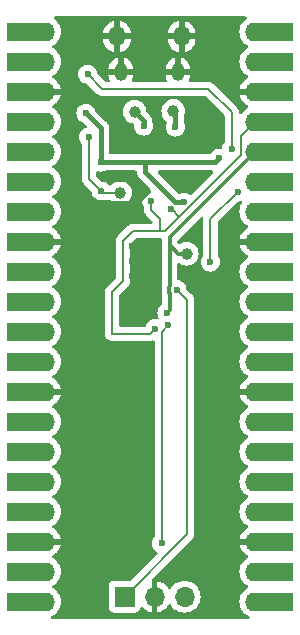
<source format=gbr>
%TF.GenerationSoftware,KiCad,Pcbnew,7.0.6*%
%TF.CreationDate,2023-08-11T11:38:20+07:00*%
%TF.ProjectId,Pico2040-Modular-Rev2,5069636f-3230-4343-902d-4d6f64756c61,rev?*%
%TF.SameCoordinates,Original*%
%TF.FileFunction,Copper,L2,Bot*%
%TF.FilePolarity,Positive*%
%FSLAX46Y46*%
G04 Gerber Fmt 4.6, Leading zero omitted, Abs format (unit mm)*
G04 Created by KiCad (PCBNEW 7.0.6) date 2023-08-11 11:38:20*
%MOMM*%
%LPD*%
G01*
G04 APERTURE LIST*
%TA.AperFunction,ComponentPad*%
%ADD10R,1.700000X1.700000*%
%TD*%
%TA.AperFunction,ComponentPad*%
%ADD11O,1.700000X1.700000*%
%TD*%
%TA.AperFunction,ComponentPad*%
%ADD12O,1.350000X1.700000*%
%TD*%
%TA.AperFunction,ComponentPad*%
%ADD13O,1.100000X1.500000*%
%TD*%
%TA.AperFunction,ComponentPad*%
%ADD14R,3.200000X1.600000*%
%TD*%
%TA.AperFunction,ComponentPad*%
%ADD15O,1.700000X1.600000*%
%TD*%
%TA.AperFunction,SMDPad,CuDef*%
%ADD16C,1.000000*%
%TD*%
%TA.AperFunction,ViaPad*%
%ADD17C,0.600000*%
%TD*%
%TA.AperFunction,Conductor*%
%ADD18C,0.200000*%
%TD*%
%TA.AperFunction,Conductor*%
%ADD19C,0.400000*%
%TD*%
%TA.AperFunction,Conductor*%
%ADD20C,0.300000*%
%TD*%
G04 APERTURE END LIST*
D10*
%TO.P,J4,1,Pin_1*%
%TO.N,/SWDIO*%
X88325000Y-89125000D03*
D11*
%TO.P,J4,2,Pin_2*%
%TO.N,GND*%
X90865000Y-89125000D03*
%TO.P,J4,3,Pin_3*%
%TO.N,/SWCLK*%
X93405000Y-89125000D03*
%TD*%
D12*
%TO.P,J1,6,Shield*%
%TO.N,GND*%
X93160000Y-41700000D03*
D13*
X92850000Y-44700000D03*
X88010000Y-44700000D03*
D12*
X87700000Y-41700000D03*
%TD*%
D14*
%TO.P,J2,1,Pin_1*%
%TO.N,/P0*%
X79990000Y-41300000D03*
D15*
X81600000Y-41300000D03*
D14*
%TO.P,J2,2,Pin_2*%
%TO.N,/P1*%
X79990000Y-43840000D03*
D15*
X81600000Y-43840000D03*
D14*
%TO.P,J2,3,Pin_3*%
%TO.N,GND*%
X79990000Y-46380000D03*
D15*
X81600000Y-46380000D03*
D14*
%TO.P,J2,4,Pin_4*%
%TO.N,/P2*%
X79990000Y-48920000D03*
D15*
X81600000Y-48920000D03*
D14*
%TO.P,J2,5,Pin_5*%
%TO.N,/P3*%
X79990000Y-51460000D03*
D15*
X81600000Y-51460000D03*
D14*
%TO.P,J2,6,Pin_6*%
%TO.N,/P4*%
X79990000Y-54000000D03*
D15*
X81600000Y-54000000D03*
D14*
%TO.P,J2,7,Pin_7*%
%TO.N,/P5*%
X79990000Y-56540000D03*
D15*
X81600000Y-56540000D03*
D14*
%TO.P,J2,8,Pin_8*%
%TO.N,GND*%
X79990000Y-59080000D03*
D15*
X81600000Y-59080000D03*
D14*
%TO.P,J2,9,Pin_9*%
%TO.N,/P6*%
X79990000Y-61620000D03*
D15*
X81600000Y-61620000D03*
D14*
%TO.P,J2,10,Pin_10*%
%TO.N,/P7*%
X79990000Y-64160000D03*
D15*
X81600000Y-64160000D03*
D14*
%TO.P,J2,11,Pin_11*%
%TO.N,/P8*%
X79990000Y-66700000D03*
D15*
X81600000Y-66700000D03*
D14*
%TO.P,J2,12,Pin_12*%
%TO.N,/P9*%
X79990000Y-69240000D03*
D15*
X81600000Y-69240000D03*
D14*
%TO.P,J2,13,Pin_13*%
%TO.N,GND*%
X79990000Y-71780000D03*
D15*
X81600000Y-71780000D03*
D14*
%TO.P,J2,14,Pin_14*%
%TO.N,/P10*%
X79990000Y-74320000D03*
D15*
X81600000Y-74320000D03*
D14*
%TO.P,J2,15,Pin_15*%
%TO.N,/P11*%
X79990000Y-76860000D03*
D15*
X81600000Y-76860000D03*
D14*
%TO.P,J2,16,Pin_16*%
%TO.N,/P12*%
X79990000Y-79400000D03*
D15*
X81600000Y-79400000D03*
D14*
%TO.P,J2,17,Pin_17*%
%TO.N,/P13*%
X79990000Y-81940000D03*
D15*
X81600000Y-81940000D03*
D14*
%TO.P,J2,18,Pin_18*%
%TO.N,GND*%
X79990000Y-84480000D03*
D15*
X81600000Y-84480000D03*
D14*
%TO.P,J2,19,Pin_19*%
%TO.N,/P14*%
X79990000Y-87020000D03*
D15*
X81600000Y-87020000D03*
D14*
%TO.P,J2,20,Pin_20*%
%TO.N,/P15*%
X79990000Y-89560000D03*
D15*
X81600000Y-89560000D03*
%TD*%
D16*
%TO.P,TP2,1,1*%
%TO.N,/DM*%
X92450000Y-48025000D03*
%TD*%
%TO.P,TP1,1,1*%
%TO.N,/DP*%
X89175000Y-48075000D03*
%TD*%
%TO.P,TP4,1,1*%
%TO.N,/FLASH_SS*%
X87950000Y-54925000D03*
%TD*%
D14*
%TO.P,J3,1,Pin_1*%
%TO.N,VBUS*%
X101010000Y-41300000D03*
D15*
X99400000Y-41300000D03*
D14*
%TO.P,J3,2,Pin_2*%
%TO.N,+3.3V*%
X101010000Y-43840000D03*
D15*
X99400000Y-43840000D03*
D14*
%TO.P,J3,3,Pin_3*%
%TO.N,GND*%
X101010000Y-46380000D03*
D15*
X99400000Y-46380000D03*
D14*
%TO.P,J3,4,Pin_4*%
%TO.N,+1V1*%
X101010000Y-48920000D03*
D15*
X99400000Y-48920000D03*
D14*
%TO.P,J3,5,Pin_5*%
%TO.N,/RESET*%
X101010000Y-51460000D03*
D15*
X99400000Y-51460000D03*
D14*
%TO.P,J3,6,Pin_6*%
%TO.N,/P29*%
X101010000Y-54000000D03*
D15*
X99400000Y-54000000D03*
D14*
%TO.P,J3,7,Pin_7*%
%TO.N,/P28*%
X101010000Y-56540000D03*
D15*
X99400000Y-56540000D03*
D14*
%TO.P,J3,8,Pin_8*%
%TO.N,GND*%
X101010000Y-59080000D03*
D15*
X99400000Y-59080000D03*
D14*
%TO.P,J3,9,Pin_9*%
%TO.N,/P27*%
X101010000Y-61620000D03*
D15*
X99400000Y-61620000D03*
D14*
%TO.P,J3,10,Pin_10*%
%TO.N,/P26*%
X101010000Y-64160000D03*
D15*
X99400000Y-64160000D03*
D14*
%TO.P,J3,11,Pin_11*%
%TO.N,/P23*%
X101010000Y-66700000D03*
D15*
X99400000Y-66700000D03*
D14*
%TO.P,J3,12,Pin_12*%
%TO.N,/P22*%
X101010000Y-69240000D03*
D15*
X99400000Y-69240000D03*
D14*
%TO.P,J3,13,Pin_13*%
%TO.N,GND*%
X101010000Y-71780000D03*
D15*
X99400000Y-71780000D03*
D14*
%TO.P,J3,14,Pin_14*%
%TO.N,/P21*%
X101010000Y-74320000D03*
D15*
X99400000Y-74320000D03*
D14*
%TO.P,J3,15,Pin_15*%
%TO.N,/P20*%
X101010000Y-76860000D03*
D15*
X99400000Y-76860000D03*
D14*
%TO.P,J3,16,Pin_16*%
%TO.N,/P19*%
X101010000Y-79400000D03*
D15*
X99400000Y-79400000D03*
D14*
%TO.P,J3,17,Pin_17*%
%TO.N,/P18*%
X101010000Y-81940000D03*
D15*
X99400000Y-81940000D03*
D14*
%TO.P,J3,18,Pin_18*%
%TO.N,GND*%
X101010000Y-84480000D03*
D15*
X99400000Y-84480000D03*
D14*
%TO.P,J3,19,Pin_19*%
%TO.N,/P17*%
X101010000Y-87020000D03*
D15*
X99400000Y-87020000D03*
D14*
%TO.P,J3,20,Pin_20*%
%TO.N,/P16*%
X101010000Y-89560000D03*
D15*
X99400000Y-89560000D03*
%TD*%
D16*
%TO.P,TP3,1,1*%
%TO.N,/RESET*%
X93600000Y-60100000D03*
%TD*%
D17*
%TO.N,+1V1*%
X90600000Y-55600000D03*
X90900000Y-66450000D03*
X92263000Y-56341444D03*
%TO.N,GND*%
X87780000Y-76690000D03*
X85200000Y-55800000D03*
X94790000Y-82390000D03*
X87590000Y-82500000D03*
X89920000Y-73580000D03*
X85920000Y-89630000D03*
X87750000Y-49400000D03*
X95425000Y-48650000D03*
X89600000Y-68050000D03*
X89810000Y-79210000D03*
X85860000Y-41010000D03*
X89000000Y-60750000D03*
X93200000Y-50425000D03*
X90350000Y-59450000D03*
X86950000Y-53800000D03*
X83840000Y-41040000D03*
X95000000Y-53400000D03*
X90350000Y-60750000D03*
X91260000Y-41500000D03*
X94750000Y-72310000D03*
X89025000Y-65900000D03*
X90350000Y-61950000D03*
X89570000Y-41530000D03*
X93225000Y-53275000D03*
X89000000Y-61950000D03*
X87110000Y-72610000D03*
X89000000Y-59450000D03*
%TO.N,+3.3V*%
X93339998Y-55739998D03*
X85050000Y-48200000D03*
X96350000Y-52000000D03*
X86300000Y-52350000D03*
%TO.N,/USER_LED*%
X97400000Y-51200000D03*
X85200000Y-44900000D03*
X97900000Y-54850000D03*
X95600000Y-60800000D03*
%TO.N,/DM*%
X92625000Y-49375000D03*
%TO.N,/DP*%
X89950000Y-49300000D03*
%TO.N,/RESET*%
X91915180Y-65119822D03*
%TO.N,/SWDIO*%
X92774500Y-63135216D03*
%TO.N,/SWCLK*%
X91475000Y-84625000D03*
X92049856Y-66102321D03*
%TO.N,/FLASH_SS*%
X86333850Y-54780312D03*
X85300000Y-50200000D03*
%TD*%
D18*
%TO.N,+1V1*%
X90450000Y-66900000D02*
X87300000Y-66900000D01*
X92263000Y-56341444D02*
X92341444Y-56341444D01*
X92341444Y-56341444D02*
X92963909Y-56963909D01*
X90600000Y-55600000D02*
X90600000Y-56346040D01*
X90900000Y-66450000D02*
X90450000Y-66900000D01*
X87300000Y-63325000D02*
X88200000Y-62425000D01*
X88200000Y-62425000D02*
X88200000Y-59000000D01*
X89049500Y-58150500D02*
X91325000Y-58150500D01*
X91777318Y-58150500D02*
X92963909Y-56963909D01*
X88200000Y-59000000D02*
X89049500Y-58150500D01*
X91325000Y-58150500D02*
X91777318Y-58150500D01*
X91325000Y-57136034D02*
X90567503Y-56378537D01*
X92963909Y-56963909D02*
X98225000Y-51702818D01*
X91325000Y-58150500D02*
X91325000Y-57136034D01*
X90600000Y-56346040D02*
X90567503Y-56378537D01*
X98225000Y-51702818D02*
X98225000Y-50095000D01*
X98225000Y-50095000D02*
X99400000Y-48920000D01*
X87300000Y-66900000D02*
X87300000Y-63325000D01*
D19*
%TO.N,GND*%
X90325000Y-54800000D02*
X89300000Y-55825000D01*
X85625000Y-55825000D02*
X83625000Y-53825000D01*
X83750000Y-46750000D02*
X85725000Y-46750000D01*
X89300000Y-55825000D02*
X85625000Y-55825000D01*
X89400000Y-50425000D02*
X93200000Y-50425000D01*
X86950000Y-53800000D02*
X86975000Y-53775000D01*
X89300000Y-53775000D02*
X90325000Y-54800000D01*
X83625000Y-53825000D02*
X83625000Y-46875000D01*
X85725000Y-46750000D02*
X89400000Y-50425000D01*
X86975000Y-53775000D02*
X89300000Y-53775000D01*
X83625000Y-46875000D02*
X83750000Y-46750000D01*
%TO.N,+3.3V*%
X96000000Y-52350000D02*
X96350000Y-52000000D01*
X86300000Y-49450000D02*
X86300000Y-52350000D01*
X86300000Y-52350000D02*
X90075000Y-52350000D01*
X90075000Y-53175000D02*
X90075000Y-52350000D01*
X92639998Y-55739998D02*
X90075000Y-53175000D01*
X85050000Y-48200000D02*
X86300000Y-49450000D01*
X93339998Y-55739998D02*
X92639998Y-55739998D01*
X90075000Y-52350000D02*
X96000000Y-52350000D01*
D18*
%TO.N,/USER_LED*%
X86450000Y-46150000D02*
X85200000Y-44900000D01*
X95425000Y-46150000D02*
X86450000Y-46150000D01*
X97400000Y-48125000D02*
X95425000Y-46150000D01*
X95600000Y-57150000D02*
X97900000Y-54850000D01*
X95600000Y-60800000D02*
X95600000Y-57150000D01*
X97400000Y-51200000D02*
X97400000Y-48125000D01*
D19*
%TO.N,/DM*%
X92625000Y-49375000D02*
X92625000Y-48200000D01*
X92625000Y-48200000D02*
X92450000Y-48025000D01*
%TO.N,/DP*%
X89950000Y-49300000D02*
X89950000Y-48850000D01*
X89950000Y-48850000D02*
X89175000Y-48075000D01*
D20*
%TO.N,/RESET*%
X92150000Y-58710000D02*
X99400000Y-51460000D01*
X92150000Y-59400000D02*
X92150000Y-58710000D01*
X92850000Y-60100000D02*
X93600000Y-60100000D01*
X92125000Y-62880761D02*
X92150000Y-62855761D01*
X92150000Y-59400000D02*
X92850000Y-60100000D01*
X92150000Y-62855761D02*
X92150000Y-59400000D01*
X91915180Y-65119822D02*
X92150000Y-64885002D01*
X92150000Y-63444239D02*
X92125000Y-63419239D01*
X92125000Y-63419239D02*
X92125000Y-62880761D01*
X92150000Y-64885002D02*
X92150000Y-63444239D01*
D18*
%TO.N,/SWDIO*%
X93600000Y-83850000D02*
X93600000Y-63975000D01*
X93600000Y-63975000D02*
X92775000Y-63150000D01*
X88325000Y-89125000D02*
X93600000Y-83850000D01*
%TO.N,/SWCLK*%
X92049856Y-66102321D02*
X92049856Y-66148673D01*
X92049856Y-66148673D02*
X91475000Y-66723529D01*
X91475000Y-66723529D02*
X91475000Y-84625000D01*
%TO.N,/FLASH_SS*%
X86478538Y-54925000D02*
X87950000Y-54925000D01*
X86333850Y-54780312D02*
X86478538Y-54925000D01*
X86333850Y-54780312D02*
X85300000Y-53746462D01*
X85300000Y-53746462D02*
X85300000Y-50200000D01*
%TD*%
%TA.AperFunction,Conductor*%
%TO.N,GND*%
G36*
X98612287Y-40020185D02*
G01*
X98658042Y-40072989D01*
X98667986Y-40142147D01*
X98638961Y-40205703D01*
X98616371Y-40226075D01*
X98510858Y-40299954D01*
X98349954Y-40460858D01*
X98219432Y-40647265D01*
X98219431Y-40647267D01*
X98123261Y-40853502D01*
X98123258Y-40853511D01*
X98064366Y-41073302D01*
X98064364Y-41073313D01*
X98044532Y-41299998D01*
X98044532Y-41300001D01*
X98064364Y-41526686D01*
X98064366Y-41526697D01*
X98123258Y-41746488D01*
X98123261Y-41746497D01*
X98219431Y-41952732D01*
X98219432Y-41952734D01*
X98349954Y-42139141D01*
X98510858Y-42300045D01*
X98510861Y-42300047D01*
X98697266Y-42430568D01*
X98755275Y-42457618D01*
X98807714Y-42503791D01*
X98826866Y-42570984D01*
X98806650Y-42637865D01*
X98755275Y-42682381D01*
X98738272Y-42690310D01*
X98697267Y-42709431D01*
X98697265Y-42709432D01*
X98510858Y-42839954D01*
X98349954Y-43000858D01*
X98219432Y-43187265D01*
X98219431Y-43187267D01*
X98123261Y-43393502D01*
X98123258Y-43393511D01*
X98064366Y-43613302D01*
X98064364Y-43613313D01*
X98044532Y-43839998D01*
X98044532Y-43840001D01*
X98064364Y-44066686D01*
X98064366Y-44066697D01*
X98123258Y-44286488D01*
X98123261Y-44286497D01*
X98219431Y-44492732D01*
X98219432Y-44492734D01*
X98349954Y-44679141D01*
X98510858Y-44840045D01*
X98510861Y-44840047D01*
X98697266Y-44970568D01*
X98755865Y-44997893D01*
X98808305Y-45044065D01*
X98827457Y-45111258D01*
X98807242Y-45178139D01*
X98755867Y-45222657D01*
X98697515Y-45249867D01*
X98511179Y-45380342D01*
X98350342Y-45541179D01*
X98219865Y-45727517D01*
X98123734Y-45933673D01*
X98123730Y-45933682D01*
X98071127Y-46129999D01*
X98071128Y-46130000D01*
X98966314Y-46130000D01*
X98940507Y-46170156D01*
X98900000Y-46308111D01*
X98900000Y-46451889D01*
X98940507Y-46589844D01*
X98966314Y-46630000D01*
X98071128Y-46630000D01*
X98123730Y-46826317D01*
X98123734Y-46826326D01*
X98219865Y-47032482D01*
X98350342Y-47218820D01*
X98511179Y-47379657D01*
X98697518Y-47510134D01*
X98697520Y-47510135D01*
X98755865Y-47537342D01*
X98808305Y-47583514D01*
X98827457Y-47650707D01*
X98807242Y-47717589D01*
X98755867Y-47762105D01*
X98697268Y-47789431D01*
X98697264Y-47789433D01*
X98510858Y-47919954D01*
X98349954Y-48080858D01*
X98226075Y-48257779D01*
X98171499Y-48301404D01*
X98102000Y-48308598D01*
X98039645Y-48277076D01*
X98004231Y-48216846D01*
X98000500Y-48186656D01*
X98000500Y-48168428D01*
X98001031Y-48160326D01*
X98005682Y-48124999D01*
X98005682Y-48124998D01*
X97985044Y-47968239D01*
X97985042Y-47968234D01*
X97924538Y-47822163D01*
X97924535Y-47822158D01*
X97881037Y-47765470D01*
X97843027Y-47715934D01*
X97828282Y-47696718D01*
X97800005Y-47675020D01*
X97793904Y-47669669D01*
X95880328Y-45756093D01*
X95874974Y-45749988D01*
X95853286Y-45721722D01*
X95853283Y-45721720D01*
X95853282Y-45721718D01*
X95727841Y-45625464D01*
X95581762Y-45564956D01*
X95581760Y-45564955D01*
X95464361Y-45549500D01*
X95425000Y-45544318D01*
X95389670Y-45548969D01*
X95381572Y-45549500D01*
X93900300Y-45549500D01*
X93833261Y-45529815D01*
X93787506Y-45477011D01*
X93777562Y-45407853D01*
X93790942Y-45367047D01*
X93824766Y-45303766D01*
X93884808Y-45105834D01*
X93900000Y-44951584D01*
X93900000Y-44950000D01*
X93171198Y-44950000D01*
X93175000Y-44928436D01*
X93175000Y-44471564D01*
X93171198Y-44450000D01*
X93900000Y-44450000D01*
X93900000Y-44448415D01*
X93884808Y-44294165D01*
X93824766Y-44096233D01*
X93727271Y-43913833D01*
X93727267Y-43913826D01*
X93596055Y-43753944D01*
X93436173Y-43622732D01*
X93436166Y-43622728D01*
X93253763Y-43525232D01*
X93100000Y-43478587D01*
X93100000Y-44285517D01*
X93015007Y-44214199D01*
X92907306Y-44175000D01*
X92792694Y-44175000D01*
X92684993Y-44214199D01*
X92600000Y-44285517D01*
X92600000Y-43478587D01*
X92446236Y-43525232D01*
X92263833Y-43622728D01*
X92263826Y-43622732D01*
X92103944Y-43753944D01*
X91972732Y-43913826D01*
X91972728Y-43913833D01*
X91875233Y-44096233D01*
X91815191Y-44294165D01*
X91800000Y-44448415D01*
X91800000Y-44450000D01*
X92528802Y-44450000D01*
X92525000Y-44471564D01*
X92525000Y-44928436D01*
X92528802Y-44950000D01*
X91800000Y-44950000D01*
X91800000Y-44951584D01*
X91815191Y-45105834D01*
X91875233Y-45303766D01*
X91909058Y-45367047D01*
X91923300Y-45435449D01*
X91898300Y-45500693D01*
X91841995Y-45542064D01*
X91799700Y-45549500D01*
X89060300Y-45549500D01*
X88993261Y-45529815D01*
X88947506Y-45477011D01*
X88937562Y-45407853D01*
X88950942Y-45367047D01*
X88984766Y-45303766D01*
X89044808Y-45105834D01*
X89060000Y-44951584D01*
X89060000Y-44950000D01*
X88331198Y-44950000D01*
X88335000Y-44928436D01*
X88335000Y-44471564D01*
X88331198Y-44450000D01*
X89060000Y-44450000D01*
X89060000Y-44448415D01*
X89044808Y-44294165D01*
X88984766Y-44096233D01*
X88887271Y-43913833D01*
X88887267Y-43913826D01*
X88756055Y-43753944D01*
X88596173Y-43622732D01*
X88596166Y-43622728D01*
X88413763Y-43525232D01*
X88260000Y-43478587D01*
X88260000Y-44285517D01*
X88175007Y-44214199D01*
X88067306Y-44175000D01*
X87952694Y-44175000D01*
X87844993Y-44214199D01*
X87760000Y-44285517D01*
X87760000Y-43478587D01*
X87606236Y-43525232D01*
X87423833Y-43622728D01*
X87423826Y-43622732D01*
X87263944Y-43753944D01*
X87132732Y-43913826D01*
X87132728Y-43913833D01*
X87035233Y-44096233D01*
X86975191Y-44294165D01*
X86960000Y-44448415D01*
X86960000Y-44450000D01*
X87688802Y-44450000D01*
X87685000Y-44471564D01*
X87685000Y-44928436D01*
X87688802Y-44950000D01*
X86960000Y-44950000D01*
X86960000Y-44951584D01*
X86975191Y-45105834D01*
X87035233Y-45303766D01*
X87069058Y-45367047D01*
X87083300Y-45435449D01*
X87058300Y-45500693D01*
X87001995Y-45542064D01*
X86959700Y-45549500D01*
X86750097Y-45549500D01*
X86683058Y-45529815D01*
X86662416Y-45513181D01*
X86030700Y-44881465D01*
X85997215Y-44820142D01*
X85995163Y-44807686D01*
X85985368Y-44720745D01*
X85925789Y-44550478D01*
X85829816Y-44397738D01*
X85702262Y-44270184D01*
X85549523Y-44174211D01*
X85379254Y-44114631D01*
X85379249Y-44114630D01*
X85200004Y-44094435D01*
X85199996Y-44094435D01*
X85020750Y-44114630D01*
X85020745Y-44114631D01*
X84850476Y-44174211D01*
X84697737Y-44270184D01*
X84570184Y-44397737D01*
X84474211Y-44550476D01*
X84414631Y-44720745D01*
X84414630Y-44720750D01*
X84394435Y-44899996D01*
X84394435Y-44900003D01*
X84414630Y-45079249D01*
X84414631Y-45079254D01*
X84474211Y-45249523D01*
X84548057Y-45367047D01*
X84570184Y-45402262D01*
X84697738Y-45529816D01*
X84850478Y-45625789D01*
X85020745Y-45685368D01*
X85107669Y-45695161D01*
X85172080Y-45722226D01*
X85181465Y-45730700D01*
X85994669Y-46543904D01*
X86000020Y-46550005D01*
X86021718Y-46578282D01*
X86143937Y-46672063D01*
X86145466Y-46673405D01*
X86147158Y-46674535D01*
X86147159Y-46674536D01*
X86293238Y-46735044D01*
X86371619Y-46745363D01*
X86449999Y-46755682D01*
X86450000Y-46755682D01*
X86485329Y-46751030D01*
X86493428Y-46750500D01*
X95124903Y-46750500D01*
X95191942Y-46770185D01*
X95212584Y-46786819D01*
X96763180Y-48337415D01*
X96796665Y-48398738D01*
X96799499Y-48425096D01*
X96799499Y-50617587D01*
X96779814Y-50684626D01*
X96772455Y-50694889D01*
X96770187Y-50697733D01*
X96674211Y-50850476D01*
X96614631Y-51020745D01*
X96614631Y-51020749D01*
X96605872Y-51098481D01*
X96578805Y-51162894D01*
X96521210Y-51202449D01*
X96468769Y-51207816D01*
X96350004Y-51194435D01*
X96349996Y-51194435D01*
X96170750Y-51214630D01*
X96170745Y-51214631D01*
X96000476Y-51274211D01*
X95847737Y-51370184D01*
X95720184Y-51497737D01*
X95661287Y-51591472D01*
X95608952Y-51637763D01*
X95556293Y-51649500D01*
X87124500Y-51649500D01*
X87057461Y-51629815D01*
X87011706Y-51577011D01*
X87000500Y-51525500D01*
X87000500Y-49473047D01*
X87000613Y-49469302D01*
X87004358Y-49407394D01*
X86993175Y-49346371D01*
X86992613Y-49342674D01*
X86990618Y-49326251D01*
X86985140Y-49281128D01*
X86981548Y-49271656D01*
X86975521Y-49250034D01*
X86973695Y-49240071D01*
X86973695Y-49240069D01*
X86948223Y-49183474D01*
X86946812Y-49180065D01*
X86924818Y-49122070D01*
X86919063Y-49113733D01*
X86908036Y-49094182D01*
X86903879Y-49084946D01*
X86903878Y-49084943D01*
X86885139Y-49061024D01*
X86865630Y-49036122D01*
X86863410Y-49033106D01*
X86858146Y-49025480D01*
X86828183Y-48982071D01*
X86781750Y-48940935D01*
X86779056Y-48938399D01*
X85915657Y-48075000D01*
X88169659Y-48075000D01*
X88188975Y-48271129D01*
X88188976Y-48271132D01*
X88238581Y-48434658D01*
X88246188Y-48459733D01*
X88339086Y-48633532D01*
X88339090Y-48633539D01*
X88464116Y-48785883D01*
X88616460Y-48910909D01*
X88616467Y-48910913D01*
X88790266Y-49003811D01*
X88790269Y-49003811D01*
X88790273Y-49003814D01*
X88978868Y-49061024D01*
X89044102Y-49067448D01*
X89108888Y-49093608D01*
X89149248Y-49150642D01*
X89155168Y-49204734D01*
X89144435Y-49299996D01*
X89144435Y-49300003D01*
X89164630Y-49479249D01*
X89164631Y-49479254D01*
X89224211Y-49649523D01*
X89271337Y-49724523D01*
X89320184Y-49802262D01*
X89447738Y-49929816D01*
X89538080Y-49986582D01*
X89592450Y-50020745D01*
X89600478Y-50025789D01*
X89748391Y-50077546D01*
X89770745Y-50085368D01*
X89770750Y-50085369D01*
X89949996Y-50105565D01*
X89950000Y-50105565D01*
X89950004Y-50105565D01*
X90129249Y-50085369D01*
X90129252Y-50085368D01*
X90129255Y-50085368D01*
X90299522Y-50025789D01*
X90452262Y-49929816D01*
X90579816Y-49802262D01*
X90675789Y-49649522D01*
X90735368Y-49479255D01*
X90735369Y-49479249D01*
X90755565Y-49300003D01*
X90755565Y-49299996D01*
X90735369Y-49120750D01*
X90735366Y-49120737D01*
X90675790Y-48950479D01*
X90669530Y-48940517D01*
X90650528Y-48873281D01*
X90650746Y-48867088D01*
X90654358Y-48807394D01*
X90643175Y-48746371D01*
X90642613Y-48742674D01*
X90636619Y-48693313D01*
X90635140Y-48681128D01*
X90631548Y-48671656D01*
X90625521Y-48650034D01*
X90623695Y-48640071D01*
X90623695Y-48640069D01*
X90598224Y-48583476D01*
X90596817Y-48580079D01*
X90574818Y-48522070D01*
X90574816Y-48522068D01*
X90574816Y-48522066D01*
X90569062Y-48513731D01*
X90558034Y-48494177D01*
X90553881Y-48484949D01*
X90553878Y-48484945D01*
X90553878Y-48484944D01*
X90515626Y-48436120D01*
X90513416Y-48433115D01*
X90507881Y-48425096D01*
X90478183Y-48382071D01*
X90431742Y-48340928D01*
X90429048Y-48338392D01*
X90213318Y-48122662D01*
X90179833Y-48061339D01*
X90177596Y-48047134D01*
X90175416Y-48025000D01*
X91444659Y-48025000D01*
X91463975Y-48221129D01*
X91479143Y-48271132D01*
X91511942Y-48379255D01*
X91521188Y-48409733D01*
X91614086Y-48583532D01*
X91614090Y-48583539D01*
X91739116Y-48735883D01*
X91879165Y-48850818D01*
X91918499Y-48908563D01*
X91924500Y-48946671D01*
X91924500Y-48949507D01*
X91905494Y-49015478D01*
X91899209Y-49025479D01*
X91839633Y-49195737D01*
X91839630Y-49195750D01*
X91819435Y-49374996D01*
X91819435Y-49375003D01*
X91839630Y-49554249D01*
X91839631Y-49554254D01*
X91899211Y-49724523D01*
X91926450Y-49767873D01*
X91995184Y-49877262D01*
X92122738Y-50004816D01*
X92195550Y-50050567D01*
X92250935Y-50085368D01*
X92275478Y-50100789D01*
X92406796Y-50146739D01*
X92445745Y-50160368D01*
X92445750Y-50160369D01*
X92624996Y-50180565D01*
X92625000Y-50180565D01*
X92625004Y-50180565D01*
X92804249Y-50160369D01*
X92804252Y-50160368D01*
X92804255Y-50160368D01*
X92974522Y-50100789D01*
X93127262Y-50004816D01*
X93254816Y-49877262D01*
X93350789Y-49724522D01*
X93410368Y-49554255D01*
X93410369Y-49554249D01*
X93430565Y-49375003D01*
X93430565Y-49374996D01*
X93410369Y-49195750D01*
X93410366Y-49195737D01*
X93350790Y-49025480D01*
X93344506Y-49015479D01*
X93325499Y-48949509D01*
X93325499Y-48540530D01*
X93340141Y-48482077D01*
X93344720Y-48473511D01*
X93378814Y-48409727D01*
X93436024Y-48221132D01*
X93455341Y-48025000D01*
X93436024Y-47828868D01*
X93378814Y-47640273D01*
X93378811Y-47640269D01*
X93378811Y-47640266D01*
X93285913Y-47466467D01*
X93285909Y-47466460D01*
X93160883Y-47314116D01*
X93008539Y-47189090D01*
X93008532Y-47189086D01*
X92834733Y-47096188D01*
X92834727Y-47096186D01*
X92646132Y-47038976D01*
X92646129Y-47038975D01*
X92450000Y-47019659D01*
X92253870Y-47038975D01*
X92065266Y-47096188D01*
X91891467Y-47189086D01*
X91891460Y-47189090D01*
X91739116Y-47314116D01*
X91614090Y-47466460D01*
X91614086Y-47466467D01*
X91521188Y-47640266D01*
X91463975Y-47828870D01*
X91444659Y-48025000D01*
X90175416Y-48025000D01*
X90161024Y-47878868D01*
X90103814Y-47690273D01*
X90103811Y-47690269D01*
X90103811Y-47690266D01*
X90010913Y-47516467D01*
X90010909Y-47516460D01*
X89885883Y-47364116D01*
X89733539Y-47239090D01*
X89733532Y-47239086D01*
X89559733Y-47146188D01*
X89559727Y-47146186D01*
X89371132Y-47088976D01*
X89371129Y-47088975D01*
X89175000Y-47069659D01*
X88978870Y-47088975D01*
X88790266Y-47146188D01*
X88616467Y-47239086D01*
X88616460Y-47239090D01*
X88464116Y-47364116D01*
X88339090Y-47516460D01*
X88339086Y-47516467D01*
X88246188Y-47690266D01*
X88188975Y-47878870D01*
X88169659Y-48075000D01*
X85915657Y-48075000D01*
X85841367Y-48000710D01*
X85812006Y-47953983D01*
X85785723Y-47878870D01*
X85775789Y-47850478D01*
X85757997Y-47822163D01*
X85679815Y-47697737D01*
X85552262Y-47570184D01*
X85399523Y-47474211D01*
X85229254Y-47414631D01*
X85229249Y-47414630D01*
X85050004Y-47394435D01*
X85049996Y-47394435D01*
X84870750Y-47414630D01*
X84870745Y-47414631D01*
X84700476Y-47474211D01*
X84547737Y-47570184D01*
X84420184Y-47697737D01*
X84324211Y-47850476D01*
X84264631Y-48020745D01*
X84264630Y-48020750D01*
X84244435Y-48199996D01*
X84244435Y-48200003D01*
X84264630Y-48379249D01*
X84264631Y-48379254D01*
X84324211Y-48549523D01*
X84400953Y-48671656D01*
X84420184Y-48702262D01*
X84547738Y-48829816D01*
X84597224Y-48860910D01*
X84691261Y-48919998D01*
X84700478Y-48925789D01*
X84803984Y-48962007D01*
X84850710Y-48991367D01*
X85094712Y-49235369D01*
X85128197Y-49296692D01*
X85123213Y-49366384D01*
X85081341Y-49422317D01*
X85047985Y-49440092D01*
X84950478Y-49474210D01*
X84797737Y-49570184D01*
X84670184Y-49697737D01*
X84574211Y-49850476D01*
X84514631Y-50020745D01*
X84514630Y-50020750D01*
X84494435Y-50199996D01*
X84494435Y-50200003D01*
X84514630Y-50379249D01*
X84514631Y-50379254D01*
X84574211Y-50549523D01*
X84613548Y-50612127D01*
X84667341Y-50697738D01*
X84670185Y-50702263D01*
X84672445Y-50705097D01*
X84673334Y-50707275D01*
X84673889Y-50708158D01*
X84673734Y-50708255D01*
X84698855Y-50769783D01*
X84699500Y-50782412D01*
X84699500Y-53703033D01*
X84698969Y-53711135D01*
X84694318Y-53746461D01*
X84694318Y-53746462D01*
X84699500Y-53785822D01*
X84714955Y-53903222D01*
X84714956Y-53903224D01*
X84773447Y-54044435D01*
X84775464Y-54049303D01*
X84871718Y-54174744D01*
X84899995Y-54196442D01*
X84906085Y-54201782D01*
X85244569Y-54540266D01*
X85503148Y-54798845D01*
X85536633Y-54860168D01*
X85538687Y-54872642D01*
X85548480Y-54959561D01*
X85608060Y-55129833D01*
X85679668Y-55243796D01*
X85704034Y-55282574D01*
X85831588Y-55410128D01*
X85848485Y-55420745D01*
X85970908Y-55497669D01*
X85984328Y-55506101D01*
X86096024Y-55545185D01*
X86154595Y-55565680D01*
X86154600Y-55565681D01*
X86333846Y-55585877D01*
X86333850Y-55585877D01*
X86333854Y-55585877D01*
X86513099Y-55565681D01*
X86513102Y-55565680D01*
X86513105Y-55565680D01*
X86608048Y-55532457D01*
X86649003Y-55525500D01*
X87089880Y-55525500D01*
X87156919Y-55545185D01*
X87185733Y-55570835D01*
X87239116Y-55635883D01*
X87391460Y-55760909D01*
X87391467Y-55760913D01*
X87565266Y-55853811D01*
X87565269Y-55853811D01*
X87565273Y-55853814D01*
X87753868Y-55911024D01*
X87950000Y-55930341D01*
X88146132Y-55911024D01*
X88334727Y-55853814D01*
X88508538Y-55760910D01*
X88660883Y-55635883D01*
X88785910Y-55483538D01*
X88878814Y-55309727D01*
X88936024Y-55121132D01*
X88955341Y-54925000D01*
X88936024Y-54728868D01*
X88878814Y-54540273D01*
X88878811Y-54540269D01*
X88878811Y-54540266D01*
X88785913Y-54366467D01*
X88785909Y-54366460D01*
X88660883Y-54214116D01*
X88508539Y-54089090D01*
X88508532Y-54089086D01*
X88334733Y-53996188D01*
X88334727Y-53996186D01*
X88208996Y-53958045D01*
X88146129Y-53938975D01*
X87950000Y-53919659D01*
X87753870Y-53938975D01*
X87565266Y-53996188D01*
X87391467Y-54089086D01*
X87391460Y-54089090D01*
X87239116Y-54214116D01*
X87185733Y-54279165D01*
X87127988Y-54318499D01*
X87089880Y-54324500D01*
X87060424Y-54324500D01*
X86993385Y-54304815D01*
X86968875Y-54282688D01*
X86968590Y-54282974D01*
X86836112Y-54150496D01*
X86683371Y-54054522D01*
X86527554Y-54000000D01*
X86513105Y-53994944D01*
X86513104Y-53994943D01*
X86513099Y-53994942D01*
X86426180Y-53985149D01*
X86361766Y-53958082D01*
X86352383Y-53949610D01*
X85936818Y-53534045D01*
X85903333Y-53472722D01*
X85900500Y-53446372D01*
X85900500Y-53233060D01*
X85920185Y-53166022D01*
X85972989Y-53120267D01*
X86042148Y-53110324D01*
X86065448Y-53116018D01*
X86120745Y-53135368D01*
X86120748Y-53135368D01*
X86120750Y-53135369D01*
X86299996Y-53155565D01*
X86300000Y-53155565D01*
X86300004Y-53155565D01*
X86479249Y-53135369D01*
X86479252Y-53135368D01*
X86479255Y-53135368D01*
X86649522Y-53075789D01*
X86650488Y-53075181D01*
X86659523Y-53069506D01*
X86725494Y-53050500D01*
X89249023Y-53050500D01*
X89316062Y-53070185D01*
X89361817Y-53122989D01*
X89372797Y-53181989D01*
X89370642Y-53217604D01*
X89370642Y-53217605D01*
X89381821Y-53278612D01*
X89382384Y-53282313D01*
X89389859Y-53343870D01*
X89389860Y-53343874D01*
X89393451Y-53353343D01*
X89399474Y-53374946D01*
X89401304Y-53384930D01*
X89426759Y-53441490D01*
X89428189Y-53444941D01*
X89450182Y-53502930D01*
X89450183Y-53502931D01*
X89455936Y-53511266D01*
X89466961Y-53530813D01*
X89471120Y-53540055D01*
X89471124Y-53540060D01*
X89509371Y-53588878D01*
X89511591Y-53591896D01*
X89546812Y-53642924D01*
X89546816Y-53642928D01*
X89546817Y-53642929D01*
X89593250Y-53684064D01*
X89595941Y-53686598D01*
X90059839Y-54150496D01*
X90511196Y-54601853D01*
X90544681Y-54663176D01*
X90539697Y-54732868D01*
X90497825Y-54788801D01*
X90437404Y-54812754D01*
X90420747Y-54814631D01*
X90420745Y-54814631D01*
X90250476Y-54874211D01*
X90097737Y-54970184D01*
X89970184Y-55097737D01*
X89874211Y-55250476D01*
X89814631Y-55420745D01*
X89814630Y-55420750D01*
X89794435Y-55599996D01*
X89794435Y-55600003D01*
X89814630Y-55779249D01*
X89814631Y-55779254D01*
X89874211Y-55949523D01*
X89973335Y-56107278D01*
X89992335Y-56174515D01*
X89984303Y-56213854D01*
X89984563Y-56213924D01*
X89983414Y-56218208D01*
X89982909Y-56220687D01*
X89982460Y-56221769D01*
X89982458Y-56221776D01*
X89961821Y-56378535D01*
X89961821Y-56378538D01*
X89982458Y-56535297D01*
X89982459Y-56535299D01*
X90042967Y-56681378D01*
X90139221Y-56806819D01*
X90167498Y-56828517D01*
X90173588Y-56833857D01*
X90432279Y-57092548D01*
X90678050Y-57338319D01*
X90711535Y-57399642D01*
X90706551Y-57469334D01*
X90664679Y-57525267D01*
X90599215Y-57549684D01*
X90590369Y-57550000D01*
X89092928Y-57550000D01*
X89084829Y-57549469D01*
X89049500Y-57544818D01*
X89010139Y-57550000D01*
X88892739Y-57565455D01*
X88892737Y-57565456D01*
X88746660Y-57625963D01*
X88621214Y-57722221D01*
X88599524Y-57750490D01*
X88594171Y-57756594D01*
X87806096Y-58544668D01*
X87799994Y-58550019D01*
X87771716Y-58571719D01*
X87697014Y-58669074D01*
X87675464Y-58697158D01*
X87675461Y-58697163D01*
X87614957Y-58843234D01*
X87614955Y-58843239D01*
X87594318Y-58999998D01*
X87594318Y-58999999D01*
X87598969Y-59035326D01*
X87599500Y-59043428D01*
X87599500Y-62124901D01*
X87579815Y-62191940D01*
X87563181Y-62212582D01*
X86906096Y-62869668D01*
X86899994Y-62875019D01*
X86871716Y-62896718D01*
X86809043Y-62978398D01*
X86775464Y-63022158D01*
X86775461Y-63022163D01*
X86714957Y-63168234D01*
X86714955Y-63168239D01*
X86694863Y-63320858D01*
X86694318Y-63325000D01*
X86698601Y-63357535D01*
X86698969Y-63360326D01*
X86699500Y-63368428D01*
X86699500Y-66856571D01*
X86698969Y-66864673D01*
X86694318Y-66899999D01*
X86694318Y-66900000D01*
X86699500Y-66939360D01*
X86714955Y-67056760D01*
X86714956Y-67056762D01*
X86752125Y-67146497D01*
X86775464Y-67202841D01*
X86871718Y-67328282D01*
X86997159Y-67424536D01*
X87143238Y-67485044D01*
X87221619Y-67495363D01*
X87299999Y-67505682D01*
X87300000Y-67505682D01*
X87335329Y-67501030D01*
X87343428Y-67500500D01*
X90406572Y-67500500D01*
X90414670Y-67501030D01*
X90450000Y-67505682D01*
X90450001Y-67505682D01*
X90502254Y-67498802D01*
X90606762Y-67485044D01*
X90703048Y-67445160D01*
X90772516Y-67437692D01*
X90834996Y-67468967D01*
X90870648Y-67529056D01*
X90874500Y-67559722D01*
X90874500Y-84042587D01*
X90854815Y-84109626D01*
X90847450Y-84119896D01*
X90845186Y-84122734D01*
X90749211Y-84275476D01*
X90689631Y-84445745D01*
X90689630Y-84445750D01*
X90669435Y-84624996D01*
X90669435Y-84625003D01*
X90689630Y-84804249D01*
X90689631Y-84804254D01*
X90749211Y-84974523D01*
X90845184Y-85127261D01*
X90845184Y-85127262D01*
X90972738Y-85254816D01*
X91070276Y-85316103D01*
X91116567Y-85368438D01*
X91127215Y-85437491D01*
X91098840Y-85501340D01*
X91091985Y-85508778D01*
X88862582Y-87738181D01*
X88801259Y-87771666D01*
X88774901Y-87774500D01*
X87427129Y-87774500D01*
X87427123Y-87774501D01*
X87367516Y-87780908D01*
X87232671Y-87831202D01*
X87232664Y-87831206D01*
X87117455Y-87917452D01*
X87117452Y-87917455D01*
X87031206Y-88032664D01*
X87031202Y-88032671D01*
X86980908Y-88167517D01*
X86974501Y-88227116D01*
X86974500Y-88227135D01*
X86974500Y-90022870D01*
X86974501Y-90022876D01*
X86980908Y-90082483D01*
X87031202Y-90217328D01*
X87031206Y-90217335D01*
X87117452Y-90332544D01*
X87117455Y-90332547D01*
X87232664Y-90418793D01*
X87232671Y-90418797D01*
X87367517Y-90469091D01*
X87367516Y-90469091D01*
X87374444Y-90469835D01*
X87427127Y-90475500D01*
X89222872Y-90475499D01*
X89282483Y-90469091D01*
X89417331Y-90418796D01*
X89532546Y-90332546D01*
X89618796Y-90217331D01*
X89668002Y-90085401D01*
X89709872Y-90029468D01*
X89775337Y-90005050D01*
X89843610Y-90019901D01*
X89871865Y-90041053D01*
X89993917Y-90163105D01*
X90187421Y-90298600D01*
X90401507Y-90398429D01*
X90401516Y-90398433D01*
X90615000Y-90455634D01*
X90615000Y-89560501D01*
X90722685Y-89609680D01*
X90829237Y-89625000D01*
X90900763Y-89625000D01*
X91007315Y-89609680D01*
X91115000Y-89560501D01*
X91115000Y-90455633D01*
X91328483Y-90398433D01*
X91328492Y-90398429D01*
X91542578Y-90298600D01*
X91736082Y-90163105D01*
X91903105Y-89996082D01*
X92033119Y-89810405D01*
X92087696Y-89766781D01*
X92157195Y-89759588D01*
X92219549Y-89791110D01*
X92236269Y-89810405D01*
X92366505Y-89996401D01*
X92533599Y-90163495D01*
X92630384Y-90231265D01*
X92727165Y-90299032D01*
X92727167Y-90299033D01*
X92727170Y-90299035D01*
X92941337Y-90398903D01*
X92941343Y-90398904D01*
X92941344Y-90398905D01*
X92942225Y-90399141D01*
X93169592Y-90460063D01*
X93346034Y-90475500D01*
X93404999Y-90480659D01*
X93405000Y-90480659D01*
X93405001Y-90480659D01*
X93463966Y-90475500D01*
X93640408Y-90460063D01*
X93868663Y-90398903D01*
X94082830Y-90299035D01*
X94276401Y-90163495D01*
X94443495Y-89996401D01*
X94579035Y-89802830D01*
X94678903Y-89588663D01*
X94740063Y-89360408D01*
X94760659Y-89125000D01*
X94740063Y-88889592D01*
X94678903Y-88661337D01*
X94579035Y-88447171D01*
X94573731Y-88439595D01*
X94443494Y-88253597D01*
X94276402Y-88086506D01*
X94276395Y-88086501D01*
X94082834Y-87950967D01*
X94082830Y-87950965D01*
X94032473Y-87927483D01*
X93868663Y-87851097D01*
X93868659Y-87851096D01*
X93868655Y-87851094D01*
X93640413Y-87789938D01*
X93640403Y-87789936D01*
X93405001Y-87769341D01*
X93404999Y-87769341D01*
X93169596Y-87789936D01*
X93169586Y-87789938D01*
X92941344Y-87851094D01*
X92941335Y-87851098D01*
X92727171Y-87950964D01*
X92727169Y-87950965D01*
X92533597Y-88086505D01*
X92366508Y-88253594D01*
X92236269Y-88439595D01*
X92181692Y-88483219D01*
X92112193Y-88490412D01*
X92049839Y-88458890D01*
X92033119Y-88439594D01*
X91903113Y-88253926D01*
X91903108Y-88253920D01*
X91736082Y-88086894D01*
X91542578Y-87951399D01*
X91328492Y-87851570D01*
X91328486Y-87851567D01*
X91115000Y-87794364D01*
X91115000Y-88689498D01*
X91007315Y-88640320D01*
X90900763Y-88625000D01*
X90829237Y-88625000D01*
X90722685Y-88640320D01*
X90615000Y-88689498D01*
X90615000Y-87735595D01*
X90634685Y-87668556D01*
X90651314Y-87647919D01*
X93993922Y-84305311D01*
X93999999Y-84299983D01*
X94028282Y-84278282D01*
X94124536Y-84152841D01*
X94185044Y-84006762D01*
X94186568Y-83995184D01*
X94205683Y-83850000D01*
X94201031Y-83814665D01*
X94200500Y-83806563D01*
X94200500Y-64018428D01*
X94201031Y-64010326D01*
X94205682Y-63974999D01*
X94205682Y-63974998D01*
X94185044Y-63818239D01*
X94185044Y-63818238D01*
X94124536Y-63672159D01*
X94090684Y-63628042D01*
X94028282Y-63546718D01*
X94000005Y-63525020D01*
X93993904Y-63519669D01*
X93607014Y-63132779D01*
X93573529Y-63071456D01*
X93571475Y-63058980D01*
X93559869Y-62955966D01*
X93559868Y-62955961D01*
X93539138Y-62896718D01*
X93500289Y-62785694D01*
X93404316Y-62632954D01*
X93276762Y-62505400D01*
X93217037Y-62467872D01*
X93124021Y-62409426D01*
X92953749Y-62349846D01*
X92910615Y-62344986D01*
X92846201Y-62317918D01*
X92806647Y-62260323D01*
X92800500Y-62221766D01*
X92800500Y-61000333D01*
X92820185Y-60933294D01*
X92872989Y-60887539D01*
X92942147Y-60877595D01*
X93003166Y-60904481D01*
X93041459Y-60935908D01*
X93041467Y-60935913D01*
X93215266Y-61028811D01*
X93215269Y-61028811D01*
X93215273Y-61028814D01*
X93403868Y-61086024D01*
X93600000Y-61105341D01*
X93796132Y-61086024D01*
X93984727Y-61028814D01*
X94158538Y-60935910D01*
X94310883Y-60810883D01*
X94435910Y-60658538D01*
X94528814Y-60484727D01*
X94586024Y-60296132D01*
X94605341Y-60100000D01*
X94586024Y-59903868D01*
X94528814Y-59715273D01*
X94528811Y-59715269D01*
X94528811Y-59715266D01*
X94435913Y-59541467D01*
X94435909Y-59541460D01*
X94310883Y-59389116D01*
X94158539Y-59264090D01*
X94158532Y-59264086D01*
X93984733Y-59171188D01*
X93984727Y-59171186D01*
X93796132Y-59113976D01*
X93796129Y-59113975D01*
X93600000Y-59094659D01*
X93403870Y-59113975D01*
X93215266Y-59171188D01*
X93052560Y-59258157D01*
X92984157Y-59272399D01*
X92918913Y-59247399D01*
X92906436Y-59236489D01*
X92836817Y-59166870D01*
X92803334Y-59105548D01*
X92800500Y-59079191D01*
X92800500Y-59030807D01*
X92820185Y-58963768D01*
X92836819Y-58943126D01*
X93699603Y-58080342D01*
X94791263Y-56988681D01*
X94852584Y-56955198D01*
X94922276Y-56960182D01*
X94978209Y-57002054D01*
X95002626Y-57067518D01*
X95001881Y-57092548D01*
X94994318Y-57149997D01*
X94994318Y-57149999D01*
X94998969Y-57185326D01*
X94999500Y-57193428D01*
X94999499Y-60217587D01*
X94979814Y-60284626D01*
X94972455Y-60294889D01*
X94970187Y-60297733D01*
X94874211Y-60450476D01*
X94814631Y-60620745D01*
X94814630Y-60620750D01*
X94794435Y-60799996D01*
X94794435Y-60800003D01*
X94814630Y-60979249D01*
X94814631Y-60979254D01*
X94874211Y-61149523D01*
X94889284Y-61173511D01*
X94970184Y-61302262D01*
X95097738Y-61429816D01*
X95250478Y-61525789D01*
X95420745Y-61585367D01*
X95420745Y-61585368D01*
X95420750Y-61585369D01*
X95599996Y-61605565D01*
X95600000Y-61605565D01*
X95600004Y-61605565D01*
X95779249Y-61585369D01*
X95779252Y-61585368D01*
X95779255Y-61585368D01*
X95949522Y-61525789D01*
X96102262Y-61429816D01*
X96229816Y-61302262D01*
X96325789Y-61149522D01*
X96385368Y-60979255D01*
X96386719Y-60967265D01*
X96405565Y-60800003D01*
X96405565Y-60799996D01*
X96385369Y-60620750D01*
X96385368Y-60620745D01*
X96339420Y-60489433D01*
X96325789Y-60450478D01*
X96305123Y-60417589D01*
X96289837Y-60393261D01*
X96229816Y-60297738D01*
X96229814Y-60297736D01*
X96229813Y-60297734D01*
X96227550Y-60294896D01*
X96226659Y-60292715D01*
X96226111Y-60291842D01*
X96226264Y-60291745D01*
X96201144Y-60230209D01*
X96200500Y-60217587D01*
X96200500Y-57450096D01*
X96220185Y-57383057D01*
X96236814Y-57362420D01*
X97918535Y-55680698D01*
X97979856Y-55647215D01*
X97992311Y-55645163D01*
X98079255Y-55635368D01*
X98135245Y-55615775D01*
X98205024Y-55612213D01*
X98265652Y-55646942D01*
X98297879Y-55708935D01*
X98291475Y-55778511D01*
X98277777Y-55803939D01*
X98219431Y-55887267D01*
X98123261Y-56093502D01*
X98123258Y-56093511D01*
X98064366Y-56313302D01*
X98064364Y-56313313D01*
X98044532Y-56539998D01*
X98044532Y-56540001D01*
X98064364Y-56766686D01*
X98064366Y-56766697D01*
X98123258Y-56986488D01*
X98123261Y-56986497D01*
X98219431Y-57192732D01*
X98219432Y-57192734D01*
X98349954Y-57379141D01*
X98510858Y-57540045D01*
X98510861Y-57540047D01*
X98697266Y-57670568D01*
X98755865Y-57697893D01*
X98808305Y-57744065D01*
X98827457Y-57811258D01*
X98807242Y-57878139D01*
X98755867Y-57922657D01*
X98697515Y-57949867D01*
X98511179Y-58080342D01*
X98350342Y-58241179D01*
X98219865Y-58427517D01*
X98123734Y-58633673D01*
X98123730Y-58633682D01*
X98071127Y-58829999D01*
X98071128Y-58830000D01*
X98966314Y-58830000D01*
X98940507Y-58870156D01*
X98900000Y-59008111D01*
X98900000Y-59151889D01*
X98940507Y-59289844D01*
X98966314Y-59330000D01*
X98071128Y-59330000D01*
X98123730Y-59526317D01*
X98123734Y-59526326D01*
X98219865Y-59732482D01*
X98350342Y-59918820D01*
X98511179Y-60079657D01*
X98697518Y-60210134D01*
X98697520Y-60210135D01*
X98755865Y-60237342D01*
X98808305Y-60283514D01*
X98827457Y-60350707D01*
X98807242Y-60417589D01*
X98755867Y-60462105D01*
X98707356Y-60484727D01*
X98697264Y-60489433D01*
X98510858Y-60619954D01*
X98349954Y-60780858D01*
X98219432Y-60967265D01*
X98219431Y-60967267D01*
X98123261Y-61173502D01*
X98123258Y-61173511D01*
X98064366Y-61393302D01*
X98064364Y-61393313D01*
X98044532Y-61619998D01*
X98044532Y-61620001D01*
X98064364Y-61846686D01*
X98064366Y-61846697D01*
X98123258Y-62066488D01*
X98123261Y-62066497D01*
X98219431Y-62272732D01*
X98219432Y-62272734D01*
X98349954Y-62459141D01*
X98510858Y-62620045D01*
X98510861Y-62620047D01*
X98697266Y-62750568D01*
X98755275Y-62777618D01*
X98807714Y-62823791D01*
X98826866Y-62890984D01*
X98806650Y-62957865D01*
X98755275Y-63002381D01*
X98738272Y-63010310D01*
X98697267Y-63029431D01*
X98697265Y-63029432D01*
X98510858Y-63159954D01*
X98349954Y-63320858D01*
X98219432Y-63507265D01*
X98219431Y-63507267D01*
X98123261Y-63713502D01*
X98123258Y-63713511D01*
X98064366Y-63933302D01*
X98064364Y-63933313D01*
X98044532Y-64159998D01*
X98044532Y-64160001D01*
X98064364Y-64386686D01*
X98064366Y-64386697D01*
X98123258Y-64606488D01*
X98123261Y-64606497D01*
X98219431Y-64812732D01*
X98219432Y-64812734D01*
X98349954Y-64999141D01*
X98510858Y-65160045D01*
X98510861Y-65160047D01*
X98697266Y-65290568D01*
X98755275Y-65317618D01*
X98807714Y-65363791D01*
X98826866Y-65430984D01*
X98806650Y-65497865D01*
X98755275Y-65542381D01*
X98738272Y-65550310D01*
X98697267Y-65569431D01*
X98697265Y-65569432D01*
X98510858Y-65699954D01*
X98349954Y-65860858D01*
X98219432Y-66047265D01*
X98219431Y-66047267D01*
X98123261Y-66253502D01*
X98123258Y-66253511D01*
X98064366Y-66473302D01*
X98064364Y-66473313D01*
X98044532Y-66699998D01*
X98044532Y-66700001D01*
X98064364Y-66926686D01*
X98064366Y-66926697D01*
X98123258Y-67146488D01*
X98123261Y-67146497D01*
X98219431Y-67352732D01*
X98219432Y-67352734D01*
X98349954Y-67539141D01*
X98510858Y-67700045D01*
X98510861Y-67700047D01*
X98697266Y-67830568D01*
X98755275Y-67857618D01*
X98807714Y-67903791D01*
X98826866Y-67970984D01*
X98806650Y-68037865D01*
X98755275Y-68082381D01*
X98738272Y-68090310D01*
X98697267Y-68109431D01*
X98697265Y-68109432D01*
X98510858Y-68239954D01*
X98349954Y-68400858D01*
X98219432Y-68587265D01*
X98219431Y-68587267D01*
X98123261Y-68793502D01*
X98123258Y-68793511D01*
X98064366Y-69013302D01*
X98064364Y-69013313D01*
X98044532Y-69239998D01*
X98044532Y-69240001D01*
X98064364Y-69466686D01*
X98064366Y-69466697D01*
X98123258Y-69686488D01*
X98123261Y-69686497D01*
X98219431Y-69892732D01*
X98219432Y-69892734D01*
X98349954Y-70079141D01*
X98510858Y-70240045D01*
X98510861Y-70240047D01*
X98697266Y-70370568D01*
X98755865Y-70397893D01*
X98808305Y-70444065D01*
X98827457Y-70511258D01*
X98807242Y-70578139D01*
X98755867Y-70622657D01*
X98697515Y-70649867D01*
X98511179Y-70780342D01*
X98350342Y-70941179D01*
X98219865Y-71127517D01*
X98123734Y-71333673D01*
X98123730Y-71333682D01*
X98071127Y-71529999D01*
X98071128Y-71530000D01*
X98966314Y-71530000D01*
X98940507Y-71570156D01*
X98900000Y-71708111D01*
X98900000Y-71851889D01*
X98940507Y-71989844D01*
X98966314Y-72030000D01*
X98071128Y-72030000D01*
X98123730Y-72226317D01*
X98123734Y-72226326D01*
X98219865Y-72432482D01*
X98350342Y-72618820D01*
X98511179Y-72779657D01*
X98697518Y-72910134D01*
X98697520Y-72910135D01*
X98755865Y-72937342D01*
X98808305Y-72983514D01*
X98827457Y-73050707D01*
X98807242Y-73117589D01*
X98755867Y-73162105D01*
X98697268Y-73189431D01*
X98697264Y-73189433D01*
X98510858Y-73319954D01*
X98349954Y-73480858D01*
X98219432Y-73667265D01*
X98219431Y-73667267D01*
X98123261Y-73873502D01*
X98123258Y-73873511D01*
X98064366Y-74093302D01*
X98064364Y-74093313D01*
X98044532Y-74319998D01*
X98044532Y-74320001D01*
X98064364Y-74546686D01*
X98064366Y-74546697D01*
X98123258Y-74766488D01*
X98123261Y-74766497D01*
X98219431Y-74972732D01*
X98219432Y-74972734D01*
X98349954Y-75159141D01*
X98510858Y-75320045D01*
X98510861Y-75320047D01*
X98697266Y-75450568D01*
X98755275Y-75477618D01*
X98807714Y-75523791D01*
X98826866Y-75590984D01*
X98806650Y-75657865D01*
X98755275Y-75702381D01*
X98738272Y-75710310D01*
X98697267Y-75729431D01*
X98697265Y-75729432D01*
X98510858Y-75859954D01*
X98349954Y-76020858D01*
X98219432Y-76207265D01*
X98219431Y-76207267D01*
X98123261Y-76413502D01*
X98123258Y-76413511D01*
X98064366Y-76633302D01*
X98064364Y-76633313D01*
X98044532Y-76859998D01*
X98044532Y-76860001D01*
X98064364Y-77086686D01*
X98064366Y-77086697D01*
X98123258Y-77306488D01*
X98123261Y-77306497D01*
X98219431Y-77512732D01*
X98219432Y-77512734D01*
X98349954Y-77699141D01*
X98510858Y-77860045D01*
X98510861Y-77860047D01*
X98697266Y-77990568D01*
X98755275Y-78017618D01*
X98807714Y-78063791D01*
X98826866Y-78130984D01*
X98806650Y-78197865D01*
X98755275Y-78242381D01*
X98738272Y-78250310D01*
X98697267Y-78269431D01*
X98697265Y-78269432D01*
X98510858Y-78399954D01*
X98349954Y-78560858D01*
X98219432Y-78747265D01*
X98219431Y-78747267D01*
X98123261Y-78953502D01*
X98123258Y-78953511D01*
X98064366Y-79173302D01*
X98064364Y-79173313D01*
X98044532Y-79399998D01*
X98044532Y-79400001D01*
X98064364Y-79626686D01*
X98064366Y-79626697D01*
X98123258Y-79846488D01*
X98123261Y-79846497D01*
X98219431Y-80052732D01*
X98219432Y-80052734D01*
X98349954Y-80239141D01*
X98510858Y-80400045D01*
X98510861Y-80400047D01*
X98697266Y-80530568D01*
X98755275Y-80557618D01*
X98807714Y-80603791D01*
X98826866Y-80670984D01*
X98806650Y-80737865D01*
X98755275Y-80782381D01*
X98738272Y-80790310D01*
X98697267Y-80809431D01*
X98697265Y-80809432D01*
X98510858Y-80939954D01*
X98349954Y-81100858D01*
X98219432Y-81287265D01*
X98219431Y-81287267D01*
X98123261Y-81493502D01*
X98123258Y-81493511D01*
X98064366Y-81713302D01*
X98064364Y-81713313D01*
X98044532Y-81939998D01*
X98044532Y-81940001D01*
X98064364Y-82166686D01*
X98064366Y-82166697D01*
X98123258Y-82386488D01*
X98123261Y-82386497D01*
X98219431Y-82592732D01*
X98219432Y-82592734D01*
X98349954Y-82779141D01*
X98510858Y-82940045D01*
X98510861Y-82940047D01*
X98697266Y-83070568D01*
X98755865Y-83097893D01*
X98808305Y-83144065D01*
X98827457Y-83211258D01*
X98807242Y-83278139D01*
X98755867Y-83322657D01*
X98697515Y-83349867D01*
X98511179Y-83480342D01*
X98350342Y-83641179D01*
X98219865Y-83827517D01*
X98123734Y-84033673D01*
X98123730Y-84033682D01*
X98071127Y-84229999D01*
X98071128Y-84230000D01*
X98966314Y-84230000D01*
X98940507Y-84270156D01*
X98900000Y-84408111D01*
X98900000Y-84551889D01*
X98940507Y-84689844D01*
X98966314Y-84730000D01*
X98071128Y-84730000D01*
X98123730Y-84926317D01*
X98123734Y-84926326D01*
X98219865Y-85132482D01*
X98350342Y-85318820D01*
X98511179Y-85479657D01*
X98697518Y-85610134D01*
X98697520Y-85610135D01*
X98755865Y-85637342D01*
X98808305Y-85683514D01*
X98827457Y-85750707D01*
X98807242Y-85817589D01*
X98755867Y-85862105D01*
X98697268Y-85889431D01*
X98697264Y-85889433D01*
X98510858Y-86019954D01*
X98349954Y-86180858D01*
X98219432Y-86367265D01*
X98219431Y-86367267D01*
X98123261Y-86573502D01*
X98123258Y-86573511D01*
X98064366Y-86793302D01*
X98064364Y-86793313D01*
X98044532Y-87019998D01*
X98044532Y-87020001D01*
X98064364Y-87246686D01*
X98064366Y-87246697D01*
X98123258Y-87466488D01*
X98123261Y-87466497D01*
X98219431Y-87672732D01*
X98219432Y-87672734D01*
X98349954Y-87859141D01*
X98510858Y-88020045D01*
X98510861Y-88020047D01*
X98697266Y-88150568D01*
X98755275Y-88177618D01*
X98807714Y-88223791D01*
X98826866Y-88290984D01*
X98806650Y-88357865D01*
X98755275Y-88402381D01*
X98738272Y-88410310D01*
X98697267Y-88429431D01*
X98697265Y-88429432D01*
X98510858Y-88559954D01*
X98349954Y-88720858D01*
X98219432Y-88907265D01*
X98219431Y-88907267D01*
X98123261Y-89113502D01*
X98123258Y-89113511D01*
X98064366Y-89333302D01*
X98064364Y-89333313D01*
X98044532Y-89559998D01*
X98044532Y-89560001D01*
X98064364Y-89786686D01*
X98064366Y-89786697D01*
X98123258Y-90006488D01*
X98123261Y-90006497D01*
X98219431Y-90212732D01*
X98219432Y-90212734D01*
X98349954Y-90399141D01*
X98510858Y-90560045D01*
X98510861Y-90560047D01*
X98697266Y-90690568D01*
X98852849Y-90763118D01*
X98905288Y-90809291D01*
X98924440Y-90876484D01*
X98904224Y-90943365D01*
X98851059Y-90988700D01*
X98800444Y-90999500D01*
X82199556Y-90999500D01*
X82132517Y-90979815D01*
X82086762Y-90927011D01*
X82076818Y-90857853D01*
X82105843Y-90794297D01*
X82147151Y-90763118D01*
X82302734Y-90690568D01*
X82489139Y-90560047D01*
X82650047Y-90399139D01*
X82780568Y-90212734D01*
X82876739Y-90006496D01*
X82935635Y-89786692D01*
X82955468Y-89560000D01*
X82935635Y-89333308D01*
X82876739Y-89113504D01*
X82780568Y-88907266D01*
X82650047Y-88720861D01*
X82650045Y-88720858D01*
X82489141Y-88559954D01*
X82302734Y-88429432D01*
X82302728Y-88429429D01*
X82275038Y-88416517D01*
X82244724Y-88402381D01*
X82192285Y-88356210D01*
X82173133Y-88289017D01*
X82193348Y-88222135D01*
X82244725Y-88177618D01*
X82302734Y-88150568D01*
X82489139Y-88020047D01*
X82650047Y-87859139D01*
X82780568Y-87672734D01*
X82876739Y-87466496D01*
X82935635Y-87246692D01*
X82955468Y-87020000D01*
X82935635Y-86793308D01*
X82876739Y-86573504D01*
X82780568Y-86367266D01*
X82650047Y-86180861D01*
X82650045Y-86180858D01*
X82489141Y-86019954D01*
X82302734Y-85889432D01*
X82302732Y-85889431D01*
X82291275Y-85884088D01*
X82244132Y-85862105D01*
X82191694Y-85815934D01*
X82172542Y-85748740D01*
X82192758Y-85681859D01*
X82244134Y-85637341D01*
X82302484Y-85610132D01*
X82488820Y-85479657D01*
X82649657Y-85318820D01*
X82780134Y-85132482D01*
X82876265Y-84926326D01*
X82876269Y-84926317D01*
X82928872Y-84730000D01*
X82033686Y-84730000D01*
X82059493Y-84689844D01*
X82100000Y-84551889D01*
X82100000Y-84408111D01*
X82059493Y-84270156D01*
X82033686Y-84230000D01*
X82928872Y-84230000D01*
X82928872Y-84229999D01*
X82876269Y-84033682D01*
X82876265Y-84033673D01*
X82780134Y-83827517D01*
X82649657Y-83641179D01*
X82488820Y-83480342D01*
X82302482Y-83349865D01*
X82244133Y-83322657D01*
X82191694Y-83276484D01*
X82172542Y-83209291D01*
X82192758Y-83142410D01*
X82244129Y-83097895D01*
X82302734Y-83070568D01*
X82489139Y-82940047D01*
X82650047Y-82779139D01*
X82780568Y-82592734D01*
X82876739Y-82386496D01*
X82935635Y-82166692D01*
X82955468Y-81940000D01*
X82935635Y-81713308D01*
X82876739Y-81493504D01*
X82780568Y-81287266D01*
X82650047Y-81100861D01*
X82650045Y-81100858D01*
X82489141Y-80939954D01*
X82302734Y-80809432D01*
X82302728Y-80809429D01*
X82275038Y-80796517D01*
X82244724Y-80782381D01*
X82192285Y-80736210D01*
X82173133Y-80669017D01*
X82193348Y-80602135D01*
X82244725Y-80557618D01*
X82302734Y-80530568D01*
X82489139Y-80400047D01*
X82650047Y-80239139D01*
X82780568Y-80052734D01*
X82876739Y-79846496D01*
X82935635Y-79626692D01*
X82955468Y-79400000D01*
X82935635Y-79173308D01*
X82876739Y-78953504D01*
X82780568Y-78747266D01*
X82650047Y-78560861D01*
X82650045Y-78560858D01*
X82489141Y-78399954D01*
X82302734Y-78269432D01*
X82302728Y-78269429D01*
X82275038Y-78256517D01*
X82244724Y-78242381D01*
X82192285Y-78196210D01*
X82173133Y-78129017D01*
X82193348Y-78062135D01*
X82244725Y-78017618D01*
X82302734Y-77990568D01*
X82489139Y-77860047D01*
X82650047Y-77699139D01*
X82780568Y-77512734D01*
X82876739Y-77306496D01*
X82935635Y-77086692D01*
X82955468Y-76860000D01*
X82935635Y-76633308D01*
X82876739Y-76413504D01*
X82780568Y-76207266D01*
X82650047Y-76020861D01*
X82650045Y-76020858D01*
X82489141Y-75859954D01*
X82302734Y-75729432D01*
X82302728Y-75729429D01*
X82275038Y-75716517D01*
X82244724Y-75702381D01*
X82192285Y-75656210D01*
X82173133Y-75589017D01*
X82193348Y-75522135D01*
X82244725Y-75477618D01*
X82302734Y-75450568D01*
X82489139Y-75320047D01*
X82650047Y-75159139D01*
X82780568Y-74972734D01*
X82876739Y-74766496D01*
X82935635Y-74546692D01*
X82955468Y-74320000D01*
X82935635Y-74093308D01*
X82876739Y-73873504D01*
X82780568Y-73667266D01*
X82650047Y-73480861D01*
X82650045Y-73480858D01*
X82489141Y-73319954D01*
X82302734Y-73189432D01*
X82302732Y-73189431D01*
X82291275Y-73184088D01*
X82244132Y-73162105D01*
X82191694Y-73115934D01*
X82172542Y-73048740D01*
X82192758Y-72981859D01*
X82244134Y-72937341D01*
X82302484Y-72910132D01*
X82488820Y-72779657D01*
X82649657Y-72618820D01*
X82780134Y-72432482D01*
X82876265Y-72226326D01*
X82876269Y-72226317D01*
X82928872Y-72030000D01*
X82033686Y-72030000D01*
X82059493Y-71989844D01*
X82100000Y-71851889D01*
X82100000Y-71708111D01*
X82059493Y-71570156D01*
X82033686Y-71530000D01*
X82928872Y-71530000D01*
X82928872Y-71529999D01*
X82876269Y-71333682D01*
X82876265Y-71333673D01*
X82780134Y-71127517D01*
X82649657Y-70941179D01*
X82488820Y-70780342D01*
X82302482Y-70649865D01*
X82244133Y-70622657D01*
X82191694Y-70576484D01*
X82172542Y-70509291D01*
X82192758Y-70442410D01*
X82244129Y-70397895D01*
X82302734Y-70370568D01*
X82489139Y-70240047D01*
X82650047Y-70079139D01*
X82780568Y-69892734D01*
X82876739Y-69686496D01*
X82935635Y-69466692D01*
X82955468Y-69240000D01*
X82935635Y-69013308D01*
X82876739Y-68793504D01*
X82780568Y-68587266D01*
X82650047Y-68400861D01*
X82650045Y-68400858D01*
X82489141Y-68239954D01*
X82302735Y-68109433D01*
X82302736Y-68109433D01*
X82302734Y-68109432D01*
X82244722Y-68082380D01*
X82192284Y-68036208D01*
X82173133Y-67969014D01*
X82193349Y-67902133D01*
X82244721Y-67857619D01*
X82302734Y-67830568D01*
X82489139Y-67700047D01*
X82650047Y-67539139D01*
X82780568Y-67352734D01*
X82876739Y-67146496D01*
X82935635Y-66926692D01*
X82955468Y-66700000D01*
X82935635Y-66473308D01*
X82876739Y-66253504D01*
X82780568Y-66047266D01*
X82650047Y-65860861D01*
X82650045Y-65860858D01*
X82489141Y-65699954D01*
X82302734Y-65569432D01*
X82302728Y-65569429D01*
X82275038Y-65556517D01*
X82244724Y-65542381D01*
X82192285Y-65496210D01*
X82173133Y-65429017D01*
X82193348Y-65362135D01*
X82244725Y-65317618D01*
X82302734Y-65290568D01*
X82489139Y-65160047D01*
X82650047Y-64999139D01*
X82780568Y-64812734D01*
X82876739Y-64606496D01*
X82935635Y-64386692D01*
X82955468Y-64160000D01*
X82935635Y-63933308D01*
X82876739Y-63713504D01*
X82780568Y-63507266D01*
X82652945Y-63325000D01*
X82650045Y-63320858D01*
X82489141Y-63159954D01*
X82302734Y-63029432D01*
X82302728Y-63029429D01*
X82275038Y-63016517D01*
X82244724Y-63002381D01*
X82192285Y-62956210D01*
X82173133Y-62889017D01*
X82193348Y-62822135D01*
X82244725Y-62777618D01*
X82302734Y-62750568D01*
X82489139Y-62620047D01*
X82650047Y-62459139D01*
X82780568Y-62272734D01*
X82876739Y-62066496D01*
X82935635Y-61846692D01*
X82955468Y-61620000D01*
X82935635Y-61393308D01*
X82876739Y-61173504D01*
X82780568Y-60967266D01*
X82650047Y-60780861D01*
X82650045Y-60780858D01*
X82489141Y-60619954D01*
X82302734Y-60489432D01*
X82302732Y-60489431D01*
X82291275Y-60484088D01*
X82244132Y-60462105D01*
X82191694Y-60415934D01*
X82172542Y-60348740D01*
X82192758Y-60281859D01*
X82244134Y-60237341D01*
X82302484Y-60210132D01*
X82488820Y-60079657D01*
X82649657Y-59918820D01*
X82780134Y-59732482D01*
X82876265Y-59526326D01*
X82876269Y-59526317D01*
X82928872Y-59330000D01*
X82033686Y-59330000D01*
X82059493Y-59289844D01*
X82100000Y-59151889D01*
X82100000Y-59008111D01*
X82059493Y-58870156D01*
X82033686Y-58830000D01*
X82928872Y-58830000D01*
X82928872Y-58829999D01*
X82876269Y-58633682D01*
X82876265Y-58633673D01*
X82780134Y-58427517D01*
X82649657Y-58241179D01*
X82488820Y-58080342D01*
X82302482Y-57949865D01*
X82244133Y-57922657D01*
X82191694Y-57876484D01*
X82172542Y-57809291D01*
X82192758Y-57742410D01*
X82244129Y-57697895D01*
X82302734Y-57670568D01*
X82489139Y-57540047D01*
X82650047Y-57379139D01*
X82780568Y-57192734D01*
X82876739Y-56986496D01*
X82935635Y-56766692D01*
X82955468Y-56540000D01*
X82935635Y-56313308D01*
X82876739Y-56093504D01*
X82780568Y-55887266D01*
X82682839Y-55747693D01*
X82650045Y-55700858D01*
X82489141Y-55539954D01*
X82318898Y-55420750D01*
X82302734Y-55409432D01*
X82244722Y-55382380D01*
X82192284Y-55336208D01*
X82173133Y-55269014D01*
X82193349Y-55202133D01*
X82244721Y-55157619D01*
X82302734Y-55130568D01*
X82489139Y-55000047D01*
X82650047Y-54839139D01*
X82780568Y-54652734D01*
X82876739Y-54446496D01*
X82935635Y-54226692D01*
X82955468Y-54000000D01*
X82955134Y-53996188D01*
X82936730Y-53785823D01*
X82935635Y-53773308D01*
X82876739Y-53553504D01*
X82780568Y-53347266D01*
X82678053Y-53200858D01*
X82650045Y-53160858D01*
X82489141Y-52999954D01*
X82302734Y-52869432D01*
X82302728Y-52869429D01*
X82275038Y-52856517D01*
X82244724Y-52842381D01*
X82192285Y-52796210D01*
X82173133Y-52729017D01*
X82193348Y-52662135D01*
X82244725Y-52617618D01*
X82302734Y-52590568D01*
X82489139Y-52460047D01*
X82650047Y-52299139D01*
X82780568Y-52112734D01*
X82876739Y-51906496D01*
X82935635Y-51686692D01*
X82955468Y-51460000D01*
X82935635Y-51233308D01*
X82876739Y-51013504D01*
X82780568Y-50807266D01*
X82650047Y-50620861D01*
X82650045Y-50620858D01*
X82489141Y-50459954D01*
X82302734Y-50329432D01*
X82302728Y-50329429D01*
X82275038Y-50316517D01*
X82244724Y-50302381D01*
X82192285Y-50256210D01*
X82173133Y-50189017D01*
X82193348Y-50122135D01*
X82244725Y-50077618D01*
X82302734Y-50050568D01*
X82489139Y-49920047D01*
X82650047Y-49759139D01*
X82780568Y-49572734D01*
X82876739Y-49366496D01*
X82935635Y-49146692D01*
X82955468Y-48920000D01*
X82954467Y-48908563D01*
X82935635Y-48693313D01*
X82935635Y-48693308D01*
X82876739Y-48473504D01*
X82780568Y-48267266D01*
X82650047Y-48080861D01*
X82650045Y-48080858D01*
X82489141Y-47919954D01*
X82302734Y-47789432D01*
X82302732Y-47789431D01*
X82291275Y-47784088D01*
X82244132Y-47762105D01*
X82191694Y-47715934D01*
X82172542Y-47648740D01*
X82192758Y-47581859D01*
X82244134Y-47537341D01*
X82302484Y-47510132D01*
X82488820Y-47379657D01*
X82649657Y-47218820D01*
X82780134Y-47032482D01*
X82876265Y-46826326D01*
X82876269Y-46826317D01*
X82928872Y-46630000D01*
X82033686Y-46630000D01*
X82059493Y-46589844D01*
X82100000Y-46451889D01*
X82100000Y-46308111D01*
X82059493Y-46170156D01*
X82033686Y-46130000D01*
X82928872Y-46130000D01*
X82928872Y-46129999D01*
X82876269Y-45933682D01*
X82876265Y-45933673D01*
X82780134Y-45727517D01*
X82649657Y-45541179D01*
X82488820Y-45380342D01*
X82302482Y-45249865D01*
X82244133Y-45222657D01*
X82191694Y-45176484D01*
X82172542Y-45109291D01*
X82192758Y-45042410D01*
X82244129Y-44997895D01*
X82302734Y-44970568D01*
X82489139Y-44840047D01*
X82650047Y-44679139D01*
X82780568Y-44492734D01*
X82876739Y-44286496D01*
X82935635Y-44066692D01*
X82955468Y-43840000D01*
X82935635Y-43613308D01*
X82876739Y-43393504D01*
X82780568Y-43187266D01*
X82650047Y-43000861D01*
X82650045Y-43000858D01*
X82489141Y-42839954D01*
X82302734Y-42709432D01*
X82302728Y-42709429D01*
X82275038Y-42696517D01*
X82244724Y-42682381D01*
X82192285Y-42636210D01*
X82173133Y-42569017D01*
X82193348Y-42502135D01*
X82244725Y-42457618D01*
X82302734Y-42430568D01*
X82489139Y-42300047D01*
X82650047Y-42139139D01*
X82780568Y-41952734D01*
X82876739Y-41746496D01*
X82935635Y-41526692D01*
X82942345Y-41449999D01*
X86526915Y-41449999D01*
X86526916Y-41450000D01*
X87350000Y-41450000D01*
X87350000Y-41950000D01*
X86526916Y-41950000D01*
X86540058Y-42091830D01*
X86599650Y-42301274D01*
X86599655Y-42301287D01*
X86696715Y-42496208D01*
X86827945Y-42669985D01*
X86988868Y-42816685D01*
X87174012Y-42931322D01*
X87174023Y-42931327D01*
X87377060Y-43009984D01*
X87450000Y-43023619D01*
X87450000Y-42195581D01*
X87505921Y-42247060D01*
X87612892Y-42293982D01*
X87729302Y-42303628D01*
X87842538Y-42274953D01*
X87940327Y-42211064D01*
X87950000Y-42198635D01*
X87950000Y-43023619D01*
X88022939Y-43009984D01*
X88225976Y-42931327D01*
X88225987Y-42931322D01*
X88411130Y-42816685D01*
X88411131Y-42816685D01*
X88572054Y-42669985D01*
X88703284Y-42496208D01*
X88800344Y-42301287D01*
X88800349Y-42301274D01*
X88859941Y-42091830D01*
X88873084Y-41950000D01*
X88050000Y-41950000D01*
X88050000Y-41450000D01*
X88873084Y-41450000D01*
X88873084Y-41449999D01*
X91986915Y-41449999D01*
X91986916Y-41450000D01*
X92810000Y-41450000D01*
X92810000Y-41950000D01*
X91986916Y-41950000D01*
X92000058Y-42091830D01*
X92059650Y-42301274D01*
X92059655Y-42301287D01*
X92156715Y-42496208D01*
X92287945Y-42669985D01*
X92448868Y-42816685D01*
X92634012Y-42931322D01*
X92634023Y-42931327D01*
X92837060Y-43009984D01*
X92910000Y-43023619D01*
X92910000Y-42195581D01*
X92965921Y-42247060D01*
X93072892Y-42293982D01*
X93189302Y-42303628D01*
X93302538Y-42274953D01*
X93400327Y-42211064D01*
X93410000Y-42198635D01*
X93410000Y-43023619D01*
X93482939Y-43009984D01*
X93685976Y-42931327D01*
X93685987Y-42931322D01*
X93871130Y-42816685D01*
X93871131Y-42816685D01*
X94032054Y-42669985D01*
X94163284Y-42496208D01*
X94260344Y-42301287D01*
X94260349Y-42301274D01*
X94319941Y-42091830D01*
X94333084Y-41950000D01*
X93510000Y-41950000D01*
X93510000Y-41450000D01*
X94333084Y-41450000D01*
X94333084Y-41449999D01*
X94319941Y-41308169D01*
X94260349Y-41098725D01*
X94260344Y-41098712D01*
X94163284Y-40903791D01*
X94032054Y-40730014D01*
X93871131Y-40583314D01*
X93685987Y-40468677D01*
X93685985Y-40468676D01*
X93482931Y-40390013D01*
X93482921Y-40390010D01*
X93410001Y-40376378D01*
X93409999Y-40376379D01*
X93409999Y-41204418D01*
X93354079Y-41152940D01*
X93247108Y-41106018D01*
X93130698Y-41096372D01*
X93017462Y-41125047D01*
X92919673Y-41188936D01*
X92909999Y-41201364D01*
X92909999Y-40376379D01*
X92909998Y-40376378D01*
X92837078Y-40390010D01*
X92837068Y-40390013D01*
X92634014Y-40468676D01*
X92634012Y-40468677D01*
X92448869Y-40583314D01*
X92448868Y-40583314D01*
X92287945Y-40730014D01*
X92156715Y-40903791D01*
X92059655Y-41098712D01*
X92059650Y-41098725D01*
X92000058Y-41308169D01*
X91986915Y-41449999D01*
X88873084Y-41449999D01*
X88859941Y-41308169D01*
X88800349Y-41098725D01*
X88800344Y-41098712D01*
X88703284Y-40903791D01*
X88572054Y-40730014D01*
X88411131Y-40583314D01*
X88225987Y-40468677D01*
X88225985Y-40468676D01*
X88022931Y-40390013D01*
X88022921Y-40390010D01*
X87950001Y-40376378D01*
X87950000Y-40376379D01*
X87950000Y-41204418D01*
X87894079Y-41152940D01*
X87787108Y-41106018D01*
X87670698Y-41096372D01*
X87557462Y-41125047D01*
X87459673Y-41188936D01*
X87450000Y-41201364D01*
X87450000Y-40376379D01*
X87449998Y-40376378D01*
X87377078Y-40390010D01*
X87377068Y-40390013D01*
X87174014Y-40468676D01*
X87174012Y-40468677D01*
X86988869Y-40583314D01*
X86988868Y-40583314D01*
X86827945Y-40730014D01*
X86696715Y-40903791D01*
X86599655Y-41098712D01*
X86599650Y-41098725D01*
X86540058Y-41308169D01*
X86526915Y-41449999D01*
X82942345Y-41449999D01*
X82955468Y-41300000D01*
X82935635Y-41073308D01*
X82876739Y-40853504D01*
X82780568Y-40647266D01*
X82650047Y-40460861D01*
X82650045Y-40460858D01*
X82489141Y-40299954D01*
X82383629Y-40226075D01*
X82340004Y-40171499D01*
X82332810Y-40102001D01*
X82364332Y-40039646D01*
X82424562Y-40004231D01*
X82454752Y-40000500D01*
X98545248Y-40000500D01*
X98612287Y-40020185D01*
G37*
%TD.AperFunction*%
%TA.AperFunction,Conductor*%
G36*
X91289670Y-58751530D02*
G01*
X91325000Y-58756182D01*
X91360329Y-58751530D01*
X91368428Y-58751000D01*
X91375500Y-58751000D01*
X91442539Y-58770685D01*
X91488294Y-58823489D01*
X91499500Y-58875000D01*
X91499500Y-59314494D01*
X91497732Y-59330505D01*
X91497974Y-59330528D01*
X91497240Y-59338294D01*
X91499500Y-59410203D01*
X91499499Y-62665954D01*
X91496071Y-62690048D01*
X91496585Y-62690130D01*
X91487766Y-62745808D01*
X91486581Y-62751531D01*
X91474500Y-62798579D01*
X91474500Y-62819805D01*
X91472973Y-62839205D01*
X91470744Y-62853280D01*
X91469653Y-62860166D01*
X91472473Y-62890000D01*
X91474225Y-62908529D01*
X91474500Y-62914367D01*
X91474499Y-63333733D01*
X91472733Y-63349744D01*
X91472974Y-63349767D01*
X91472240Y-63357533D01*
X91474500Y-63429442D01*
X91474500Y-63460159D01*
X91474501Y-63460179D01*
X91475418Y-63467445D01*
X91475876Y-63473263D01*
X91477402Y-63521806D01*
X91477403Y-63521809D01*
X91483323Y-63542187D01*
X91487268Y-63561235D01*
X91489928Y-63582294D01*
X91489931Y-63582303D01*
X91490791Y-63584475D01*
X91491665Y-63589057D01*
X91491870Y-63589855D01*
X91491819Y-63589867D01*
X91499500Y-63630125D01*
X91499500Y-64367070D01*
X91479815Y-64434109D01*
X91441474Y-64472062D01*
X91412922Y-64490002D01*
X91412915Y-64490008D01*
X91285364Y-64617559D01*
X91189391Y-64770298D01*
X91129811Y-64940567D01*
X91129810Y-64940572D01*
X91109615Y-65119818D01*
X91109615Y-65119825D01*
X91129810Y-65299071D01*
X91129811Y-65299076D01*
X91189391Y-65469345D01*
X91192846Y-65474843D01*
X91211846Y-65542079D01*
X91191478Y-65608915D01*
X91138211Y-65654129D01*
X91073969Y-65664035D01*
X90900004Y-65644435D01*
X90899996Y-65644435D01*
X90720750Y-65664630D01*
X90720745Y-65664631D01*
X90550476Y-65724211D01*
X90397737Y-65820184D01*
X90270184Y-65947737D01*
X90174210Y-66100478D01*
X90151120Y-66166467D01*
X90133628Y-66216456D01*
X90092909Y-66273230D01*
X90027956Y-66298978D01*
X90016588Y-66299500D01*
X88024500Y-66299500D01*
X87957461Y-66279815D01*
X87911706Y-66227011D01*
X87900500Y-66175500D01*
X87900500Y-63625095D01*
X87920185Y-63558056D01*
X87936814Y-63537419D01*
X88593922Y-62880311D01*
X88599999Y-62874983D01*
X88628282Y-62853282D01*
X88724536Y-62727841D01*
X88785044Y-62581762D01*
X88789974Y-62544318D01*
X88792190Y-62527483D01*
X88805682Y-62425001D01*
X88805682Y-62424999D01*
X88801031Y-62389673D01*
X88800500Y-62381571D01*
X88800500Y-59300096D01*
X88820185Y-59233057D01*
X88836814Y-59212420D01*
X89261916Y-58787319D01*
X89323239Y-58753834D01*
X89349597Y-58751000D01*
X91281572Y-58751000D01*
X91289670Y-58751530D01*
G37*
%TD.AperFunction*%
%TA.AperFunction,Conductor*%
G36*
X95795759Y-53070185D02*
G01*
X95841514Y-53122989D01*
X95851458Y-53192147D01*
X95822433Y-53255703D01*
X95816401Y-53262181D01*
X93989648Y-55088933D01*
X93928325Y-55122418D01*
X93858633Y-55117434D01*
X93835999Y-55106248D01*
X93689520Y-55014209D01*
X93679395Y-55010666D01*
X93519252Y-54954629D01*
X93519247Y-54954628D01*
X93340002Y-54934433D01*
X93339994Y-54934433D01*
X93160748Y-54954628D01*
X93160740Y-54954630D01*
X93000597Y-55010666D01*
X92930818Y-55014227D01*
X92871962Y-54981305D01*
X91152838Y-53262181D01*
X91119353Y-53200858D01*
X91124337Y-53131166D01*
X91166209Y-53075233D01*
X91231673Y-53050816D01*
X91240519Y-53050500D01*
X95728720Y-53050500D01*
X95795759Y-53070185D01*
G37*
%TD.AperFunction*%
%TD*%
M02*

</source>
